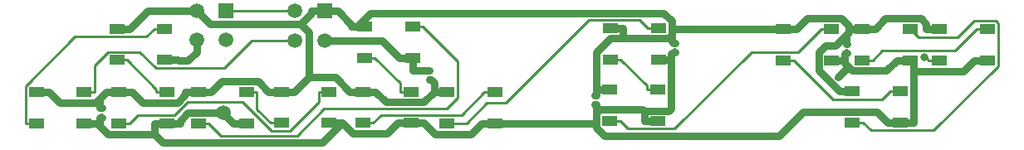
<source format=gbr>
%TF.GenerationSoftware,KiCad,Pcbnew,(5.1.6)-1*%
%TF.CreationDate,2020-11-25T18:04:35+11:00*%
%TF.ProjectId,Left Circuit Breaker PCB V1,4c656674-2043-4697-9263-756974204272,rev?*%
%TF.SameCoordinates,Original*%
%TF.FileFunction,Copper,L1,Top*%
%TF.FilePolarity,Positive*%
%FSLAX46Y46*%
G04 Gerber Fmt 4.6, Leading zero omitted, Abs format (unit mm)*
G04 Created by KiCad (PCBNEW (5.1.6)-1) date 2020-11-25 18:04:35*
%MOMM*%
%LPD*%
G01*
G04 APERTURE LIST*
%TA.AperFunction,SMDPad,CuDef*%
%ADD10R,1.500000X1.000000*%
%TD*%
%TA.AperFunction,ComponentPad*%
%ADD11C,1.520000*%
%TD*%
%TA.AperFunction,ComponentPad*%
%ADD12R,1.520000X1.520000*%
%TD*%
%TA.AperFunction,ViaPad*%
%ADD13C,1.500000*%
%TD*%
%TA.AperFunction,ViaPad*%
%ADD14C,0.800000*%
%TD*%
%TA.AperFunction,Conductor*%
%ADD15C,0.750000*%
%TD*%
%TA.AperFunction,Conductor*%
%ADD16C,0.250000*%
%TD*%
G04 APERTURE END LIST*
%TO.P,C7,2*%
%TO.N,/LEDGND*%
%TA.AperFunction,SMDPad,CuDef*%
G36*
G01*
X182965876Y-67467145D02*
X182824454Y-67325724D01*
G75*
G02*
X182824454Y-67184302I70711J70711D01*
G01*
X183008302Y-67000454D01*
G75*
G02*
X183149724Y-67000454I70711J-70711D01*
G01*
X183291146Y-67141876D01*
G75*
G02*
X183291146Y-67283298I-70711J-70711D01*
G01*
X183107298Y-67467146D01*
G75*
G02*
X182965876Y-67467146I-70711J70711D01*
G01*
G37*
%TD.AperFunction*%
%TO.P,C7,1*%
%TO.N,/LED+5V*%
%TA.AperFunction,SMDPad,CuDef*%
G36*
G01*
X182513328Y-67919693D02*
X182371906Y-67778272D01*
G75*
G02*
X182371906Y-67636850I70711J70711D01*
G01*
X182555754Y-67453002D01*
G75*
G02*
X182697176Y-67453002I70711J-70711D01*
G01*
X182838598Y-67594424D01*
G75*
G02*
X182838598Y-67735846I-70711J-70711D01*
G01*
X182654750Y-67919694D01*
G75*
G02*
X182513328Y-67919694I-70711J70711D01*
G01*
G37*
%TD.AperFunction*%
%TD*%
%TO.P,C6,2*%
%TO.N,/LEDGND*%
%TA.AperFunction,SMDPad,CuDef*%
G36*
G01*
X183973800Y-64286000D02*
X184173800Y-64286000D01*
G75*
G02*
X184273800Y-64386000I0J-100000D01*
G01*
X184273800Y-64646000D01*
G75*
G02*
X184173800Y-64746000I-100000J0D01*
G01*
X183973800Y-64746000D01*
G75*
G02*
X183873800Y-64646000I0J100000D01*
G01*
X183873800Y-64386000D01*
G75*
G02*
X183973800Y-64286000I100000J0D01*
G01*
G37*
%TD.AperFunction*%
%TO.P,C6,1*%
%TO.N,/LED+5V*%
%TA.AperFunction,SMDPad,CuDef*%
G36*
G01*
X183973800Y-63646000D02*
X184173800Y-63646000D01*
G75*
G02*
X184273800Y-63746000I0J-100000D01*
G01*
X184273800Y-64006000D01*
G75*
G02*
X184173800Y-64106000I-100000J0D01*
G01*
X183973800Y-64106000D01*
G75*
G02*
X183873800Y-64006000I0J100000D01*
G01*
X183873800Y-63746000D01*
G75*
G02*
X183973800Y-63646000I100000J0D01*
G01*
G37*
%TD.AperFunction*%
%TD*%
%TO.P,C5,2*%
%TO.N,/LEDGND*%
%TA.AperFunction,SMDPad,CuDef*%
G36*
G01*
X166447800Y-64184400D02*
X166647800Y-64184400D01*
G75*
G02*
X166747800Y-64284400I0J-100000D01*
G01*
X166747800Y-64544400D01*
G75*
G02*
X166647800Y-64644400I-100000J0D01*
G01*
X166447800Y-64644400D01*
G75*
G02*
X166347800Y-64544400I0J100000D01*
G01*
X166347800Y-64284400D01*
G75*
G02*
X166447800Y-64184400I100000J0D01*
G01*
G37*
%TD.AperFunction*%
%TO.P,C5,1*%
%TO.N,/LED+5V*%
%TA.AperFunction,SMDPad,CuDef*%
G36*
G01*
X166447800Y-63544400D02*
X166647800Y-63544400D01*
G75*
G02*
X166747800Y-63644400I0J-100000D01*
G01*
X166747800Y-63904400D01*
G75*
G02*
X166647800Y-64004400I-100000J0D01*
G01*
X166447800Y-64004400D01*
G75*
G02*
X166347800Y-63904400I0J100000D01*
G01*
X166347800Y-63644400D01*
G75*
G02*
X166447800Y-63544400I100000J0D01*
G01*
G37*
%TD.AperFunction*%
%TD*%
%TO.P,C4,2*%
%TO.N,/LEDGND*%
%TA.AperFunction,SMDPad,CuDef*%
G36*
G01*
X158269000Y-69559000D02*
X158469000Y-69559000D01*
G75*
G02*
X158569000Y-69659000I0J-100000D01*
G01*
X158569000Y-69919000D01*
G75*
G02*
X158469000Y-70019000I-100000J0D01*
G01*
X158269000Y-70019000D01*
G75*
G02*
X158169000Y-69919000I0J100000D01*
G01*
X158169000Y-69659000D01*
G75*
G02*
X158269000Y-69559000I100000J0D01*
G01*
G37*
%TD.AperFunction*%
%TO.P,C4,1*%
%TO.N,/LED+5V*%
%TA.AperFunction,SMDPad,CuDef*%
G36*
G01*
X158269000Y-68919000D02*
X158469000Y-68919000D01*
G75*
G02*
X158569000Y-69019000I0J-100000D01*
G01*
X158569000Y-69279000D01*
G75*
G02*
X158469000Y-69379000I-100000J0D01*
G01*
X158269000Y-69379000D01*
G75*
G02*
X158169000Y-69279000I0J100000D01*
G01*
X158169000Y-69019000D01*
G75*
G02*
X158269000Y-68919000I100000J0D01*
G01*
G37*
%TD.AperFunction*%
%TD*%
%TO.P,C3,2*%
%TO.N,/LEDGND*%
%TA.AperFunction,SMDPad,CuDef*%
G36*
G01*
X141628800Y-66839000D02*
X141428800Y-66839000D01*
G75*
G02*
X141328800Y-66739000I0J100000D01*
G01*
X141328800Y-66479000D01*
G75*
G02*
X141428800Y-66379000I100000J0D01*
G01*
X141628800Y-66379000D01*
G75*
G02*
X141728800Y-66479000I0J-100000D01*
G01*
X141728800Y-66739000D01*
G75*
G02*
X141628800Y-66839000I-100000J0D01*
G01*
G37*
%TD.AperFunction*%
%TO.P,C3,1*%
%TO.N,/LED+5V*%
%TA.AperFunction,SMDPad,CuDef*%
G36*
G01*
X141628800Y-67479000D02*
X141428800Y-67479000D01*
G75*
G02*
X141328800Y-67379000I0J100000D01*
G01*
X141328800Y-67119000D01*
G75*
G02*
X141428800Y-67019000I100000J0D01*
G01*
X141628800Y-67019000D01*
G75*
G02*
X141728800Y-67119000I0J-100000D01*
G01*
X141728800Y-67379000D01*
G75*
G02*
X141628800Y-67479000I-100000J0D01*
G01*
G37*
%TD.AperFunction*%
%TD*%
%TO.P,C2,2*%
%TO.N,/LEDGND*%
%TA.AperFunction,SMDPad,CuDef*%
G36*
G01*
X108027800Y-70864600D02*
X108227800Y-70864600D01*
G75*
G02*
X108327800Y-70964600I0J-100000D01*
G01*
X108327800Y-71224600D01*
G75*
G02*
X108227800Y-71324600I-100000J0D01*
G01*
X108027800Y-71324600D01*
G75*
G02*
X107927800Y-71224600I0J100000D01*
G01*
X107927800Y-70964600D01*
G75*
G02*
X108027800Y-70864600I100000J0D01*
G01*
G37*
%TD.AperFunction*%
%TO.P,C2,1*%
%TO.N,/LED+5V*%
%TA.AperFunction,SMDPad,CuDef*%
G36*
G01*
X108027800Y-70224600D02*
X108227800Y-70224600D01*
G75*
G02*
X108327800Y-70324600I0J-100000D01*
G01*
X108327800Y-70584600D01*
G75*
G02*
X108227800Y-70684600I-100000J0D01*
G01*
X108027800Y-70684600D01*
G75*
G02*
X107927800Y-70584600I0J100000D01*
G01*
X107927800Y-70324600D01*
G75*
G02*
X108027800Y-70224600I100000J0D01*
G01*
G37*
%TD.AperFunction*%
%TD*%
D10*
%TO.P,D14,1*%
%TO.N,/LED+5V*%
X193499000Y-62204600D03*
%TO.P,D14,2*%
%TO.N,Net-(D14-Pad2)*%
X193499000Y-65404600D03*
%TO.P,D14,4*%
%TO.N,Net-(D13-Pad2)*%
X198399000Y-62204600D03*
%TO.P,D14,3*%
%TO.N,/LEDGND*%
X198399000Y-65404600D03*
%TD*%
%TO.P,D13,1*%
%TO.N,/LED+5V*%
X185625000Y-62204600D03*
%TO.P,D13,2*%
%TO.N,Net-(D13-Pad2)*%
X185625000Y-65404600D03*
%TO.P,D13,4*%
%TO.N,Net-(D12-Pad2)*%
X190525000Y-62204600D03*
%TO.P,D13,3*%
%TO.N,/LEDGND*%
X190525000Y-65404600D03*
%TD*%
D11*
%TO.P,J2,4*%
%TO.N,/LEDGND*%
X117777001Y-63350399D03*
%TO.P,J2,3*%
%TO.N,Net-(D14-Pad2)*%
X120777000Y-63350399D03*
%TO.P,J2,2*%
%TO.N,/LED+5V*%
X117777001Y-60350400D03*
D12*
%TO.P,J2,1*%
%TO.N,Net-(J1-Pad2)*%
X120777000Y-60350400D03*
%TD*%
D11*
%TO.P,J1,4*%
%TO.N,Net-(D1-Pad4)*%
X127835001Y-63375799D03*
%TO.P,J1,3*%
%TO.N,/LEDGND*%
X130835000Y-63375799D03*
%TO.P,J1,2*%
%TO.N,Net-(J1-Pad2)*%
X127835001Y-60375800D03*
D12*
%TO.P,J1,1*%
%TO.N,/LED+5V*%
X130835000Y-60375800D03*
%TD*%
D10*
%TO.P,D12,1*%
%TO.N,/LED+5V*%
X184660000Y-68554600D03*
%TO.P,D12,2*%
%TO.N,Net-(D12-Pad2)*%
X184660000Y-71754600D03*
%TO.P,D12,4*%
%TO.N,Net-(D11-Pad2)*%
X189560000Y-68554600D03*
%TO.P,D12,3*%
%TO.N,/LEDGND*%
X189560000Y-71754600D03*
%TD*%
%TO.P,D11,1*%
%TO.N,/LED+5V*%
X177624000Y-62204600D03*
%TO.P,D11,2*%
%TO.N,Net-(D11-Pad2)*%
X177624000Y-65404600D03*
%TO.P,D11,4*%
%TO.N,Net-(D10-Pad2)*%
X182524000Y-62204600D03*
%TO.P,D11,3*%
%TO.N,/LEDGND*%
X182524000Y-65404600D03*
%TD*%
%TO.P,D10,1*%
%TO.N,/LED+5V*%
X159881000Y-68377000D03*
%TO.P,D10,2*%
%TO.N,Net-(D10-Pad2)*%
X159881000Y-71577000D03*
%TO.P,D10,4*%
%TO.N,Net-(D10-Pad4)*%
X164781000Y-68377000D03*
%TO.P,D10,3*%
%TO.N,/LEDGND*%
X164781000Y-71577000D03*
%TD*%
%TO.P,D9,1*%
%TO.N,/LED+5V*%
X159958000Y-62103200D03*
%TO.P,D9,2*%
%TO.N,Net-(D10-Pad4)*%
X159958000Y-65303200D03*
%TO.P,D9,4*%
%TO.N,Net-(D8-Pad2)*%
X164858000Y-62103200D03*
%TO.P,D9,3*%
%TO.N,/LEDGND*%
X164858000Y-65303200D03*
%TD*%
%TO.P,D8,1*%
%TO.N,/LED+5V*%
X143321000Y-68631000D03*
%TO.P,D8,2*%
%TO.N,Net-(D8-Pad2)*%
X143321000Y-71831000D03*
%TO.P,D8,4*%
%TO.N,Net-(D7-Pad2)*%
X148221000Y-68631000D03*
%TO.P,D8,3*%
%TO.N,/LEDGND*%
X148221000Y-71831000D03*
%TD*%
%TO.P,D7,1*%
%TO.N,/LED+5V*%
X134724000Y-68605400D03*
%TO.P,D7,2*%
%TO.N,Net-(D7-Pad2)*%
X134724000Y-71805400D03*
%TO.P,D7,4*%
%TO.N,Net-(D6-Pad2)*%
X139624000Y-68605400D03*
%TO.P,D7,3*%
%TO.N,/LEDGND*%
X139624000Y-71805400D03*
%TD*%
%TO.P,D6,1*%
%TO.N,/LED+5V*%
X134899000Y-61976000D03*
%TO.P,D6,2*%
%TO.N,Net-(D6-Pad2)*%
X134899000Y-65176000D03*
%TO.P,D6,4*%
%TO.N,Net-(D4-Pad2)*%
X139799000Y-61976000D03*
%TO.P,D6,3*%
%TO.N,/LEDGND*%
X139799000Y-65176000D03*
%TD*%
%TO.P,D5,1*%
%TO.N,/LED+5V*%
X126418000Y-68605400D03*
%TO.P,D5,2*%
%TO.N,Net-(D4-Pad4)*%
X126418000Y-71805400D03*
%TO.P,D5,4*%
%TO.N,Net-(D3-Pad2)*%
X131318000Y-68605400D03*
%TO.P,D5,3*%
%TO.N,/LEDGND*%
X131318000Y-71805400D03*
%TD*%
%TO.P,D4,1*%
%TO.N,/LED+5V*%
X117958000Y-68656200D03*
%TO.P,D4,2*%
%TO.N,Net-(D4-Pad2)*%
X117958000Y-71856200D03*
%TO.P,D4,4*%
%TO.N,Net-(D4-Pad4)*%
X122858000Y-68656200D03*
%TO.P,D4,3*%
%TO.N,/LEDGND*%
X122858000Y-71856200D03*
%TD*%
%TO.P,D3,1*%
%TO.N,/LED+5V*%
X109883000Y-68656200D03*
%TO.P,D3,2*%
%TO.N,Net-(D3-Pad2)*%
X109883000Y-71856200D03*
%TO.P,D3,4*%
%TO.N,Net-(D2-Pad2)*%
X114783000Y-68656200D03*
%TO.P,D3,3*%
%TO.N,/LEDGND*%
X114783000Y-71856200D03*
%TD*%
%TO.P,D2,1*%
%TO.N,/LED+5V*%
X109654000Y-62179200D03*
%TO.P,D2,2*%
%TO.N,Net-(D2-Pad2)*%
X109654000Y-65379200D03*
%TO.P,D2,4*%
%TO.N,Net-(D1-Pad2)*%
X114554000Y-62179200D03*
%TO.P,D2,3*%
%TO.N,/LEDGND*%
X114554000Y-65379200D03*
%TD*%
%TO.P,D1,1*%
%TO.N,/LED+5V*%
X101436000Y-68656400D03*
%TO.P,D1,2*%
%TO.N,Net-(D1-Pad2)*%
X101436000Y-71856400D03*
%TO.P,D1,4*%
%TO.N,Net-(D1-Pad4)*%
X106336000Y-68656400D03*
%TO.P,D1,3*%
%TO.N,/LEDGND*%
X106336000Y-71856400D03*
%TD*%
D13*
%TO.N,/LEDGND*%
X120534700Y-70772300D03*
D14*
%TO.N,Net-(D14-Pad2)*%
X191990600Y-65132100D03*
%TD*%
D15*
%TO.N,/LEDGND*%
X148221000Y-71831000D02*
X158512900Y-71831000D01*
X148219000Y-71831000D02*
X148221000Y-71831000D01*
X148219000Y-71831000D02*
X148217000Y-71831000D01*
X158512900Y-71831000D02*
X158512900Y-72303900D01*
X158512900Y-72303900D02*
X159353700Y-73144700D01*
X159353700Y-73144700D02*
X177173900Y-73144700D01*
X177173900Y-73144700D02*
X179639300Y-70679300D01*
X179639300Y-70679300D02*
X187159400Y-70679300D01*
X187159400Y-70679300D02*
X188234700Y-71754600D01*
X163455700Y-70604900D02*
X163293600Y-70442800D01*
X163293600Y-70442800D02*
X158861800Y-70442800D01*
X158861800Y-70442800D02*
X158512900Y-70791700D01*
X158512900Y-70791700D02*
X158512900Y-71831000D01*
X120491800Y-70815200D02*
X120447900Y-70771400D01*
X120447900Y-70771400D02*
X116924200Y-70771400D01*
X116924200Y-70771400D02*
X116108300Y-71587300D01*
X116108300Y-71587300D02*
X116108300Y-71856200D01*
X121532700Y-71856200D02*
X120491800Y-70815200D01*
X120534700Y-70772300D02*
X120491800Y-70815200D01*
X130835000Y-63375800D02*
X136673500Y-63375800D01*
X136673500Y-63375800D02*
X138473700Y-65176000D01*
X139799000Y-65176000D02*
X138473700Y-65176000D01*
X163455700Y-70604900D02*
X165929700Y-70604900D01*
X165929700Y-70604900D02*
X166183300Y-70351300D01*
X166183300Y-70351300D02*
X166183300Y-65303200D01*
X163455700Y-70604900D02*
X163455700Y-71577000D01*
X164858000Y-65303200D02*
X166183300Y-65303200D01*
X114554000Y-65379200D02*
X115879300Y-65379200D01*
X117777000Y-63350400D02*
X117777000Y-64584100D01*
X117777000Y-64584100D02*
X116902100Y-65459000D01*
X116902100Y-65459000D02*
X115959100Y-65459000D01*
X115959100Y-65459000D02*
X115879300Y-65379200D01*
X190885300Y-66543600D02*
X190885300Y-65764900D01*
X190885300Y-65764900D02*
X190525000Y-65404600D01*
X190885300Y-71754600D02*
X190885300Y-66543600D01*
X190885300Y-66543600D02*
X195934700Y-66543600D01*
X195934700Y-66543600D02*
X197073700Y-65404600D01*
X198399000Y-65404600D02*
X197073700Y-65404600D01*
X189560000Y-71754600D02*
X190885300Y-71754600D01*
X188897400Y-71754600D02*
X189560000Y-71754600D01*
X188897400Y-71754600D02*
X188234700Y-71754600D01*
X164781000Y-71577000D02*
X163455700Y-71577000D01*
X113457700Y-72967700D02*
X113457700Y-71856200D01*
X132643300Y-71805400D02*
X130616600Y-73832100D01*
X130616600Y-73832100D02*
X114322100Y-73832100D01*
X114322100Y-73832100D02*
X113457700Y-72967700D01*
X108772600Y-72967700D02*
X113457700Y-72967700D01*
X114783000Y-71856200D02*
X113457700Y-71856200D01*
X190525000Y-65404600D02*
X189199700Y-65404600D01*
X183849300Y-65404600D02*
X183849300Y-65707100D01*
X184622100Y-66479900D02*
X188124400Y-66479900D01*
X188124400Y-66479900D02*
X189199700Y-65404600D01*
X182524000Y-65404600D02*
X183849300Y-65404600D01*
X139624000Y-71805400D02*
X140949300Y-71805400D01*
X140949300Y-71805400D02*
X142093500Y-72949600D01*
X142093500Y-72949600D02*
X145777100Y-72949600D01*
X145777100Y-72949600D02*
X146895700Y-71831000D01*
X139624000Y-71805400D02*
X139322500Y-71805400D01*
X138298700Y-71805400D02*
X137223400Y-72880700D01*
X137223400Y-72880700D02*
X133718600Y-72880700D01*
X133718600Y-72880700D02*
X132643300Y-71805400D01*
X147558400Y-71831000D02*
X146895700Y-71831000D01*
X147558400Y-71831000D02*
X148217000Y-71831000D01*
X139322500Y-71805400D02*
X138298700Y-71805400D01*
X131318000Y-71805400D02*
X132643300Y-71805400D01*
X122858000Y-71856200D02*
X121532700Y-71856200D01*
X114783000Y-71856200D02*
X116108300Y-71856200D01*
X106336000Y-71856400D02*
X107661300Y-71856400D01*
X107962790Y-71259610D02*
X108127800Y-71259610D01*
X107932750Y-71289650D02*
X107962790Y-71259610D01*
X107932750Y-72127850D02*
X107932750Y-71289650D01*
X107932750Y-72127850D02*
X108772600Y-72967700D01*
X107661300Y-71856400D02*
X107932750Y-72127850D01*
X139799000Y-65176000D02*
X139799000Y-66426000D01*
X139816990Y-66443990D02*
X141528800Y-66443990D01*
X139799000Y-66426000D02*
X139816990Y-66443990D01*
X166382790Y-64579410D02*
X166547800Y-64579410D01*
X166183300Y-65303200D02*
X166183300Y-64778900D01*
X166183300Y-64778900D02*
X166382790Y-64579410D01*
X158512900Y-69954010D02*
X158369000Y-69954010D01*
X158512900Y-70791700D02*
X158512900Y-69954010D01*
X184089900Y-66201700D02*
X183207608Y-67083992D01*
X184343900Y-66201700D02*
X184089900Y-66201700D01*
X184343900Y-66201700D02*
X184622100Y-66479900D01*
X183849300Y-65707100D02*
X184343900Y-66201700D01*
X183908790Y-64681010D02*
X184073800Y-64681010D01*
X183849300Y-65404600D02*
X183849300Y-64740500D01*
X183849300Y-64740500D02*
X183908790Y-64681010D01*
%TO.N,/LED+5V*%
X166216200Y-62204600D02*
X166216200Y-62813400D01*
X166216200Y-62813400D02*
X165851000Y-63178600D01*
X165851000Y-63178600D02*
X161283300Y-63178600D01*
X134135300Y-61976000D02*
X135533800Y-60577500D01*
X135533800Y-60577500D02*
X165402700Y-60577500D01*
X165402700Y-60577500D02*
X166216200Y-61391000D01*
X166216200Y-61391000D02*
X166216200Y-62204600D01*
X166216200Y-62204600D02*
X176298700Y-62204600D01*
X134899000Y-61976000D02*
X134236400Y-61976000D01*
X134135300Y-61976000D02*
X133573700Y-61976000D01*
X134236400Y-61976000D02*
X134135300Y-61976000D01*
X158555700Y-68377000D02*
X158555700Y-64580900D01*
X158555700Y-64580900D02*
X159958000Y-63178600D01*
X159958000Y-63178600D02*
X161283300Y-63178600D01*
X161283300Y-62103200D02*
X161283300Y-63178600D01*
X159958000Y-62103200D02*
X161283300Y-62103200D01*
X159881000Y-68377000D02*
X158555700Y-68377000D01*
X177624000Y-62204600D02*
X176298700Y-62204600D01*
X184660000Y-68554600D02*
X183334700Y-68554600D01*
X183334700Y-68554600D02*
X181198500Y-66418400D01*
X181198500Y-66418400D02*
X181198500Y-64588700D01*
X181198500Y-64588700D02*
X181908300Y-63878900D01*
X181908300Y-63878900D02*
X182939400Y-63878900D01*
X184299700Y-62518600D02*
X184299700Y-62204600D01*
X177624000Y-62204600D02*
X178949300Y-62204600D01*
X178949300Y-62204600D02*
X180024600Y-61129300D01*
X180024600Y-61129300D02*
X183526900Y-61129300D01*
X183526900Y-61129300D02*
X184299700Y-61902100D01*
X184299700Y-61902100D02*
X184299700Y-62204600D01*
X185625000Y-62204600D02*
X184299700Y-62204600D01*
X129216200Y-67132500D02*
X127743300Y-68605400D01*
X128414900Y-61711100D02*
X129216200Y-62512400D01*
X129216200Y-62512400D02*
X129216200Y-67132500D01*
X129216200Y-67132500D02*
X131925800Y-67132500D01*
X131925800Y-67132500D02*
X133398700Y-68605400D01*
X134724000Y-68605400D02*
X133398700Y-68605400D01*
X128414900Y-61711100D02*
X129499700Y-60626300D01*
X129499700Y-60626300D02*
X129499700Y-60375800D01*
X117777000Y-60350400D02*
X119137700Y-61711100D01*
X119137700Y-61711100D02*
X128414900Y-61711100D01*
X126418000Y-68605400D02*
X127743300Y-68605400D01*
X130835000Y-60375800D02*
X129499700Y-60375800D01*
X110979300Y-62179200D02*
X112808100Y-60350400D01*
X112808100Y-60350400D02*
X117777000Y-60350400D01*
X130835000Y-60375800D02*
X132170300Y-60375800D01*
X132170300Y-60375800D02*
X133573700Y-61779200D01*
X133573700Y-61779200D02*
X133573700Y-61976000D01*
X193499000Y-62204600D02*
X192173700Y-62204600D01*
X185625000Y-62204600D02*
X186950300Y-62204600D01*
X186950300Y-62204600D02*
X188025600Y-61129300D01*
X188025600Y-61129300D02*
X191636100Y-61129300D01*
X191636100Y-61129300D02*
X192173700Y-61666900D01*
X192173700Y-61666900D02*
X192173700Y-62204600D01*
X126418000Y-68605400D02*
X125092700Y-68605400D01*
X117958000Y-68656200D02*
X119283300Y-68656200D01*
X119283300Y-68656200D02*
X120384200Y-67555300D01*
X120384200Y-67555300D02*
X124042600Y-67555300D01*
X124042600Y-67555300D02*
X125092700Y-68605400D01*
X117295400Y-68656200D02*
X117958000Y-68656200D01*
X117295400Y-68656200D02*
X116632700Y-68656200D01*
X109883000Y-68656200D02*
X111208300Y-68656200D01*
X116632700Y-68656200D02*
X116632700Y-68925100D01*
X116632700Y-68925100D02*
X115826300Y-69731500D01*
X115826300Y-69731500D02*
X112283600Y-69731500D01*
X112283600Y-69731500D02*
X111208300Y-68656200D01*
X101436000Y-68656400D02*
X102761300Y-68656400D01*
X109883000Y-68656200D02*
X108557700Y-68656200D01*
X107482200Y-69731700D02*
X103836600Y-69731700D01*
X103836600Y-69731700D02*
X102761300Y-68656400D01*
X142658400Y-68631000D02*
X143321000Y-68631000D01*
X142658400Y-68631000D02*
X141995700Y-68631000D01*
X134724000Y-68605400D02*
X136049300Y-68605400D01*
X136049300Y-68605400D02*
X137124600Y-69680700D01*
X137124600Y-69680700D02*
X140946000Y-69680700D01*
X140946000Y-69680700D02*
X141995700Y-68631000D01*
X109654000Y-62179200D02*
X110979300Y-62179200D01*
X107910950Y-70237750D02*
X107962790Y-70289590D01*
X107910950Y-69302950D02*
X107910950Y-70237750D01*
X107910950Y-69302950D02*
X107482200Y-69731700D01*
X107962790Y-70289590D02*
X108127800Y-70289590D01*
X108557700Y-68656200D02*
X107910950Y-69302950D01*
X141693810Y-67414010D02*
X141528800Y-67414010D01*
X141995700Y-68631000D02*
X141995700Y-67715900D01*
X141995700Y-67715900D02*
X141693810Y-67414010D01*
X166382790Y-63609390D02*
X166547800Y-63609390D01*
X166216200Y-62813400D02*
X166216200Y-63442800D01*
X166216200Y-63442800D02*
X166382790Y-63609390D01*
X158534010Y-68983990D02*
X158369000Y-68983990D01*
X158555700Y-68377000D02*
X158555700Y-68962300D01*
X158555700Y-68962300D02*
X158534010Y-68983990D01*
X184013550Y-63710990D02*
X184073800Y-63710990D01*
X184013550Y-62804750D02*
X184013550Y-63710990D01*
X184013550Y-62804750D02*
X184299700Y-62518600D01*
X182939400Y-63878900D02*
X184013550Y-62804750D01*
D16*
%TO.N,Net-(D1-Pad2)*%
X114554000Y-62179200D02*
X113478700Y-62179200D01*
X101436000Y-71856400D02*
X100360700Y-71856400D01*
X100360700Y-71856400D02*
X100360700Y-68018200D01*
X100360700Y-68018200D02*
X105374400Y-63004500D01*
X105374400Y-63004500D02*
X112653400Y-63004500D01*
X112653400Y-63004500D02*
X113478700Y-62179200D01*
%TO.N,Net-(D1-Pad4)*%
X106336000Y-68656400D02*
X107411300Y-68656400D01*
X127835000Y-63375800D02*
X123434300Y-63375800D01*
X123434300Y-63375800D02*
X120605500Y-66204600D01*
X120605500Y-66204600D02*
X113642200Y-66204600D01*
X113642200Y-66204600D02*
X111991400Y-64553800D01*
X111991400Y-64553800D02*
X108756800Y-64553800D01*
X108756800Y-64553800D02*
X107411300Y-65899300D01*
X107411300Y-65899300D02*
X107411300Y-68656400D01*
%TO.N,Net-(D2-Pad2)*%
X114783000Y-68656200D02*
X113707700Y-68656200D01*
X109654000Y-65379200D02*
X110729300Y-65379200D01*
X110729300Y-65379200D02*
X113707700Y-68357600D01*
X113707700Y-68357600D02*
X113707700Y-68656200D01*
%TO.N,Net-(D3-Pad2)*%
X130242700Y-68605400D02*
X130242700Y-69696700D01*
X130242700Y-69696700D02*
X127308600Y-72630800D01*
X127308600Y-72630800D02*
X125406400Y-72630800D01*
X125406400Y-72630800D02*
X122472600Y-69697000D01*
X122472600Y-69697000D02*
X116851300Y-69697000D01*
X116851300Y-69697000D02*
X115517400Y-71030900D01*
X115517400Y-71030900D02*
X111783600Y-71030900D01*
X111783600Y-71030900D02*
X110958300Y-71856200D01*
X131318000Y-68605400D02*
X130242700Y-68605400D01*
X109883000Y-71856200D02*
X110958300Y-71856200D01*
%TO.N,Net-(D4-Pad2)*%
X139799000Y-61976000D02*
X140874300Y-61976000D01*
X117958000Y-71856200D02*
X119033300Y-71856200D01*
X119033300Y-71856200D02*
X120308800Y-73131700D01*
X120308800Y-73131700D02*
X128059100Y-73131700D01*
X128059100Y-73131700D02*
X130809700Y-70381100D01*
X130809700Y-70381100D02*
X143291100Y-70381100D01*
X143291100Y-70381100D02*
X144396400Y-69275800D01*
X144396400Y-69275800D02*
X144396400Y-65498100D01*
X144396400Y-65498100D02*
X140874300Y-61976000D01*
%TO.N,Net-(D4-Pad4)*%
X126418000Y-71805400D02*
X125342700Y-71805400D01*
X122858000Y-68656200D02*
X123933300Y-68656200D01*
X123933300Y-68656200D02*
X123933300Y-70396000D01*
X123933300Y-70396000D02*
X125342700Y-71805400D01*
%TO.N,Net-(D6-Pad2)*%
X139624000Y-68605400D02*
X138548700Y-68605400D01*
X134899000Y-65176000D02*
X135974300Y-65176000D01*
X135974300Y-65176000D02*
X138548700Y-67750400D01*
X138548700Y-67750400D02*
X138548700Y-68605400D01*
%TO.N,Net-(D7-Pad2)*%
X148221000Y-68631000D02*
X147145700Y-68631000D01*
X134724000Y-71805400D02*
X135799300Y-71805400D01*
X135799300Y-71805400D02*
X136624600Y-70980100D01*
X136624600Y-70980100D02*
X144796600Y-70980100D01*
X144796600Y-70980100D02*
X147145700Y-68631000D01*
%TO.N,Net-(D8-Pad2)*%
X164858000Y-62103200D02*
X163782700Y-62103200D01*
X143321000Y-71831000D02*
X145292100Y-71831000D01*
X145292100Y-71831000D02*
X147380700Y-69742400D01*
X147380700Y-69742400D02*
X149291600Y-69742400D01*
X149291600Y-69742400D02*
X157756100Y-61277900D01*
X157756100Y-61277900D02*
X162957400Y-61277900D01*
X162957400Y-61277900D02*
X163782700Y-62103200D01*
%TO.N,Net-(D10-Pad4)*%
X164781000Y-68377000D02*
X163705700Y-68377000D01*
X159958000Y-65303200D02*
X161033300Y-65303200D01*
X161033300Y-65303200D02*
X163705700Y-67975600D01*
X163705700Y-67975600D02*
X163705700Y-68377000D01*
%TO.N,Net-(D10-Pad2)*%
X182524000Y-62204600D02*
X181448700Y-62204600D01*
X159881000Y-71577000D02*
X160956300Y-71577000D01*
X160956300Y-71577000D02*
X161781700Y-72402400D01*
X161781700Y-72402400D02*
X166512200Y-72402400D01*
X166512200Y-72402400D02*
X174335400Y-64579200D01*
X174335400Y-64579200D02*
X179074100Y-64579200D01*
X179074100Y-64579200D02*
X181448700Y-62204600D01*
%TO.N,Net-(D11-Pad2)*%
X189560000Y-68554600D02*
X188484700Y-68554600D01*
X177624000Y-65404600D02*
X178699300Y-65404600D01*
X178699300Y-65404600D02*
X182674600Y-69379900D01*
X182674600Y-69379900D02*
X187659400Y-69379900D01*
X187659400Y-69379900D02*
X188484700Y-68554600D01*
%TO.N,Net-(D12-Pad2)*%
X184660000Y-71754600D02*
X185735300Y-71754600D01*
X185735300Y-71754600D02*
X186560700Y-72580000D01*
X186560700Y-72580000D02*
X192934200Y-72580000D01*
X192934200Y-72580000D02*
X199518900Y-65995300D01*
X199518900Y-65995300D02*
X199518900Y-61613700D01*
X199518900Y-61613700D02*
X199284400Y-61379200D01*
X199284400Y-61379200D02*
X197028000Y-61379200D01*
X197028000Y-61379200D02*
X195347400Y-63059800D01*
X195347400Y-63059800D02*
X191380200Y-63059800D01*
X191380200Y-63059800D02*
X190525000Y-62204600D01*
%TO.N,Net-(J1-Pad2)*%
X120777000Y-60350400D02*
X121862300Y-60350400D01*
X127835000Y-60375800D02*
X121887700Y-60375800D01*
X121887700Y-60375800D02*
X121862300Y-60350400D01*
%TO.N,Net-(D13-Pad2)*%
X197323700Y-62204600D02*
X195121500Y-64406800D01*
X195121500Y-64406800D02*
X187698100Y-64406800D01*
X187698100Y-64406800D02*
X186700300Y-65404600D01*
X198399000Y-62204600D02*
X197323700Y-62204600D01*
X185625000Y-65404600D02*
X186700300Y-65404600D01*
%TO.N,Net-(D14-Pad2)*%
X193499000Y-65404600D02*
X192423700Y-65404600D01*
X191990600Y-65132100D02*
X192151200Y-65132100D01*
X192151200Y-65132100D02*
X192423700Y-65404600D01*
%TD*%
M02*

</source>
